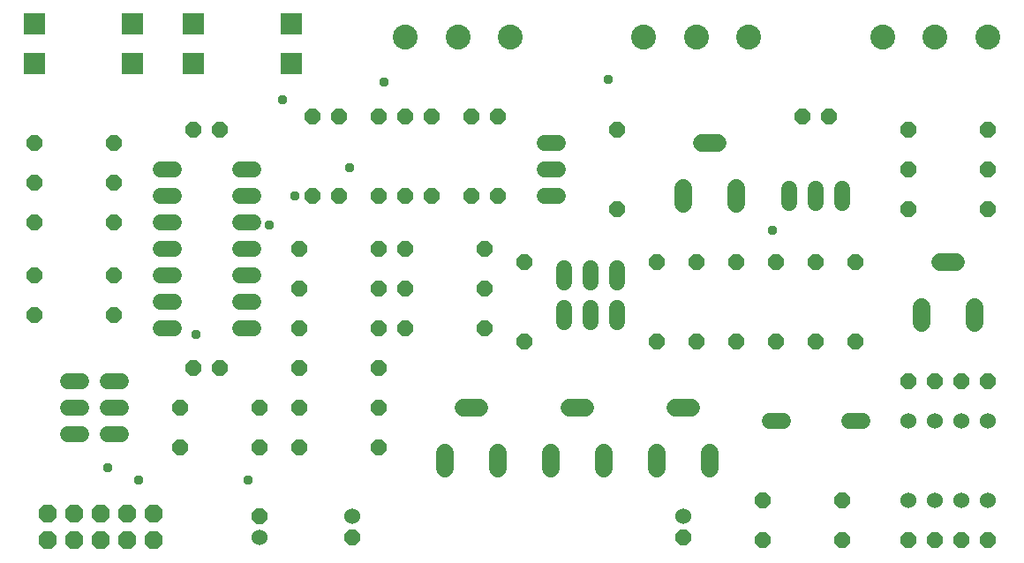
<source format=gbr>
G04 EAGLE Gerber RS-274X export*
G75*
%MOMM*%
%FSLAX34Y34*%
%LPD*%
%INSoldermask Bottom*%
%IPPOS*%
%AMOC8*
5,1,8,0,0,1.08239X$1,22.5*%
G01*
%ADD10P,1.649562X8X292.500000*%
%ADD11C,1.524000*%
%ADD12P,1.649562X8X22.500000*%
%ADD13P,1.649562X8X202.500000*%
%ADD14P,1.649562X8X112.500000*%
%ADD15C,1.524000*%
%ADD16C,1.727200*%
%ADD17C,2.387600*%
%ADD18R,2.003200X2.003200*%
%ADD19P,1.869504X8X22.500000*%
%ADD20C,0.959600*%


D10*
X647700Y27940D03*
D11*
X647700Y48260D03*
D12*
X863600Y25400D03*
X889000Y25400D03*
X914400Y177800D03*
X939800Y177800D03*
X863600Y177800D03*
X889000Y177800D03*
X914400Y25400D03*
X939800Y25400D03*
D13*
X203200Y190500D03*
X177800Y190500D03*
X203200Y419100D03*
X177800Y419100D03*
D10*
X330200Y27940D03*
D11*
X330200Y48260D03*
D14*
X241300Y48260D03*
D11*
X241300Y27940D03*
X863600Y63500D03*
X889000Y63500D03*
X889000Y139700D03*
X863600Y139700D03*
X914400Y63500D03*
X939800Y63500D03*
X914400Y139700D03*
X939800Y139700D03*
D15*
X235204Y228600D02*
X221996Y228600D01*
X221996Y254000D02*
X235204Y254000D01*
X235204Y381000D02*
X221996Y381000D01*
X159004Y381000D02*
X145796Y381000D01*
X221996Y279400D02*
X235204Y279400D01*
X235204Y304800D02*
X221996Y304800D01*
X221996Y355600D02*
X235204Y355600D01*
X235204Y330200D02*
X221996Y330200D01*
X159004Y355600D02*
X145796Y355600D01*
X145796Y330200D02*
X159004Y330200D01*
X159004Y304800D02*
X145796Y304800D01*
X145796Y279400D02*
X159004Y279400D01*
X159004Y254000D02*
X145796Y254000D01*
X145796Y228600D02*
X159004Y228600D01*
D13*
X787400Y431800D03*
X762000Y431800D03*
D12*
X863600Y419100D03*
X939800Y419100D03*
D16*
X909320Y292100D02*
X894080Y292100D01*
X876300Y248920D02*
X876300Y233680D01*
X927100Y233680D02*
X927100Y248920D01*
X655320Y152400D02*
X640080Y152400D01*
X622300Y109220D02*
X622300Y93980D01*
X673100Y93980D02*
X673100Y109220D01*
D14*
X292100Y355600D03*
X292100Y431800D03*
D10*
X698500Y292100D03*
X698500Y215900D03*
D12*
X25400Y241300D03*
X101600Y241300D03*
X279400Y304800D03*
X355600Y304800D03*
D10*
X355600Y431800D03*
X355600Y355600D03*
D12*
X279400Y114300D03*
X355600Y114300D03*
D16*
X538480Y152400D02*
X553720Y152400D01*
X520700Y109220D02*
X520700Y93980D01*
X571500Y93980D02*
X571500Y109220D01*
D12*
X279400Y190500D03*
X355600Y190500D03*
X863600Y381000D03*
X939800Y381000D03*
X279400Y152400D03*
X355600Y152400D03*
D10*
X381000Y431800D03*
X381000Y355600D03*
D13*
X241300Y114300D03*
X165100Y114300D03*
D12*
X165100Y152400D03*
X241300Y152400D03*
X25400Y279400D03*
X101600Y279400D03*
D14*
X406400Y355600D03*
X406400Y431800D03*
D16*
X665480Y406400D02*
X680720Y406400D01*
X647700Y363220D02*
X647700Y347980D01*
X698500Y347980D02*
X698500Y363220D01*
D10*
X584200Y419100D03*
X584200Y342900D03*
D13*
X457200Y266700D03*
X381000Y266700D03*
D12*
X381000Y228600D03*
X457200Y228600D03*
X723900Y25400D03*
X800100Y25400D03*
D10*
X660400Y292100D03*
X660400Y215900D03*
D13*
X355600Y266700D03*
X279400Y266700D03*
D10*
X444500Y431800D03*
X444500Y355600D03*
X469900Y431800D03*
X469900Y355600D03*
X495300Y292100D03*
X495300Y215900D03*
D13*
X457200Y304800D03*
X381000Y304800D03*
D14*
X622300Y215900D03*
X622300Y292100D03*
D12*
X25400Y330200D03*
X101600Y330200D03*
D13*
X101600Y368300D03*
X25400Y368300D03*
D12*
X279400Y228600D03*
X355600Y228600D03*
X723900Y63500D03*
X800100Y63500D03*
D16*
X452120Y152400D02*
X436880Y152400D01*
X419100Y109220D02*
X419100Y93980D01*
X469900Y93980D02*
X469900Y109220D01*
D13*
X101600Y406400D03*
X25400Y406400D03*
D10*
X736600Y292100D03*
X736600Y215900D03*
D13*
X939800Y342900D03*
X863600Y342900D03*
D10*
X317500Y431800D03*
X317500Y355600D03*
X812800Y292100D03*
X812800Y215900D03*
X774700Y292100D03*
X774700Y215900D03*
D17*
X939000Y508000D03*
X889000Y508000D03*
X839000Y508000D03*
X709600Y508000D03*
X659600Y508000D03*
X609600Y508000D03*
X481000Y508000D03*
X431000Y508000D03*
X381000Y508000D03*
D15*
X729996Y139700D02*
X743204Y139700D01*
X806196Y139700D02*
X819404Y139700D01*
X749300Y348996D02*
X749300Y362204D01*
X800100Y362204D02*
X800100Y348996D01*
X774700Y348996D02*
X774700Y362204D01*
X70104Y177800D02*
X56896Y177800D01*
X56896Y127000D02*
X70104Y127000D01*
X70104Y152400D02*
X56896Y152400D01*
X94996Y127000D02*
X108204Y127000D01*
X108204Y177800D02*
X94996Y177800D01*
X94996Y152400D02*
X108204Y152400D01*
X514096Y406400D02*
X527304Y406400D01*
X527304Y355600D02*
X514096Y355600D01*
X514096Y381000D02*
X527304Y381000D01*
X584200Y247904D02*
X584200Y234696D01*
X533400Y234696D02*
X533400Y247904D01*
X558800Y247904D02*
X558800Y234696D01*
X533400Y272796D02*
X533400Y286004D01*
X584200Y286004D02*
X584200Y272796D01*
X558800Y272796D02*
X558800Y286004D01*
D18*
X25400Y520700D03*
X119400Y520700D03*
X25400Y482700D03*
X119400Y482700D03*
X177800Y520700D03*
X271800Y520700D03*
X177800Y482700D03*
X271800Y482700D03*
D19*
X38100Y25400D03*
X38100Y50800D03*
X63500Y25400D03*
X63500Y50800D03*
X88900Y25400D03*
X88900Y50800D03*
X114300Y25400D03*
X114300Y50800D03*
X139700Y25400D03*
X139700Y50800D03*
D20*
X360000Y465000D03*
X575000Y467500D03*
X125000Y82500D03*
X230000Y82500D03*
X732500Y322500D03*
X180000Y222500D03*
X275000Y355000D03*
X250000Y327500D03*
X262500Y447500D03*
X327500Y382500D03*
X95000Y95000D03*
M02*

</source>
